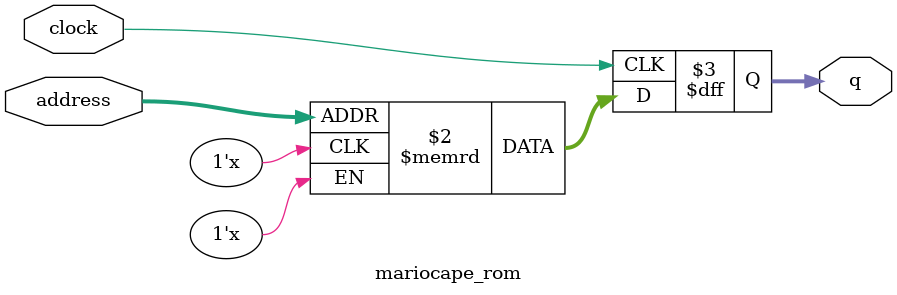
<source format=sv>
module mariocape_rom (
	input logic clock,
	input logic [9:0] address,
	output logic [3:0] q
);

logic [3:0] memory [0:799] /* synthesis ram_init_file = "./mariocape/mariocape.mif" */;

always_ff @ (posedge clock) begin
	q <= memory[address];
end

endmodule

</source>
